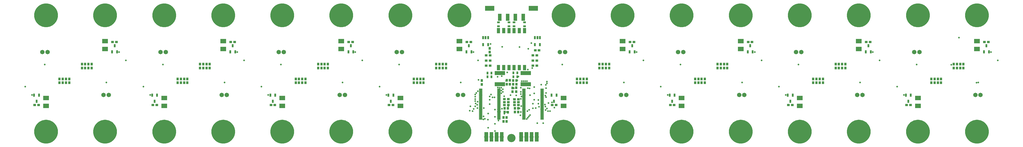
<source format=gts>
G04*
G04 #@! TF.GenerationSoftware,Altium Limited,Altium Designer,19.0.15 (446)*
G04*
G04 Layer_Color=8388736*
%FSLAX25Y25*%
%MOIN*%
G70*
G01*
G75*
G04:AMPARAMS|DCode=18|XSize=31.5mil|YSize=55.12mil|CornerRadius=3.15mil|HoleSize=0mil|Usage=FLASHONLY|Rotation=90.000|XOffset=0mil|YOffset=0mil|HoleType=Round|Shape=RoundedRectangle|*
%AMROUNDEDRECTD18*
21,1,0.03150,0.04882,0,0,90.0*
21,1,0.02520,0.05512,0,0,90.0*
1,1,0.00630,0.02441,0.01260*
1,1,0.00630,0.02441,-0.01260*
1,1,0.00630,-0.02441,-0.01260*
1,1,0.00630,-0.02441,0.01260*
%
%ADD18ROUNDEDRECTD18*%
G04:AMPARAMS|DCode=19|XSize=51.18mil|YSize=51.18mil|CornerRadius=5.12mil|HoleSize=0mil|Usage=FLASHONLY|Rotation=135.000|XOffset=0mil|YOffset=0mil|HoleType=Round|Shape=RoundedRectangle|*
%AMROUNDEDRECTD19*
21,1,0.05118,0.04095,0,0,135.0*
21,1,0.04095,0.05118,0,0,135.0*
1,1,0.01024,0.00000,0.02895*
1,1,0.01024,0.02895,0.00000*
1,1,0.01024,0.00000,-0.02895*
1,1,0.01024,-0.02895,0.00000*
%
%ADD19ROUNDEDRECTD19*%
%ADD29R,0.03950X0.03753*%
%ADD30R,0.03753X0.03950*%
%ADD31R,0.01900X0.06300*%
%ADD32R,0.03162X0.04737*%
%ADD33R,0.04816X0.08280*%
%ADD34R,0.04343X0.02769*%
%ADD35R,0.05800X0.10800*%
%ADD36R,0.14304X0.07296*%
%ADD37R,0.08792X0.06784*%
%ADD38R,0.02769X0.04343*%
%ADD39O,0.05721X0.01784*%
%ADD40C,0.06706*%
%ADD41C,0.36233*%
%ADD42C,0.12611*%
%ADD43C,0.02572*%
%ADD44C,0.04737*%
G36*
X-41142Y-103740D02*
Y-89567D01*
X-35630D01*
Y-103740D01*
X-41142D01*
D02*
G37*
G36*
X-33268D02*
Y-89567D01*
X-27756D01*
Y-103740D01*
X-33268D01*
D02*
G37*
G36*
X-25394D02*
Y-89567D01*
X-19882D01*
Y-103740D01*
X-25394D01*
D02*
G37*
G36*
X-17520D02*
Y-89567D01*
X-12008D01*
Y-103740D01*
X-17520D01*
D02*
G37*
G36*
X12008D02*
Y-89567D01*
X17520D01*
Y-103740D01*
X12008D01*
D02*
G37*
G36*
X19882D02*
Y-89567D01*
X25394D01*
Y-103740D01*
X19882D01*
D02*
G37*
G36*
X27756D02*
Y-89567D01*
X33268D01*
Y-103740D01*
X27756D01*
D02*
G37*
G36*
X35630D02*
Y-89567D01*
X41142D01*
Y-103740D01*
X35630D01*
D02*
G37*
D18*
X14764Y-91142D02*
D03*
Y-102165D02*
D03*
X-14764Y-91142D02*
D03*
Y-102165D02*
D03*
X22638Y-91142D02*
D03*
Y-102165D02*
D03*
X-22638Y-91142D02*
D03*
Y-102165D02*
D03*
X30512Y-91142D02*
D03*
Y-102165D02*
D03*
X-30512Y-91142D02*
D03*
Y-102165D02*
D03*
X38386Y-91142D02*
D03*
Y-102165D02*
D03*
X-38386Y-91142D02*
D03*
Y-102165D02*
D03*
D19*
X14764Y-96653D02*
D03*
X-14764D02*
D03*
X22638D02*
D03*
X-22638D02*
D03*
X30512D02*
D03*
X-30512D02*
D03*
X38386D02*
D03*
X-38386D02*
D03*
D29*
X36024Y35433D02*
D03*
X41929D02*
D03*
X38386Y27559D02*
D03*
X32480D02*
D03*
X-38386Y11811D02*
D03*
X-32480D02*
D03*
X38386Y19685D02*
D03*
X32480D02*
D03*
X-38386D02*
D03*
X-32480D02*
D03*
X38386Y11811D02*
D03*
X32480D02*
D03*
X67815Y-48031D02*
D03*
X61910D02*
D03*
X606398D02*
D03*
X600492D02*
D03*
X247342D02*
D03*
X241437D02*
D03*
X426870D02*
D03*
X420965D02*
D03*
X539272Y48031D02*
D03*
X545177D02*
D03*
X359744D02*
D03*
X365650D02*
D03*
X180217D02*
D03*
X186122D02*
D03*
X718799D02*
D03*
X724705D02*
D03*
X-247342D02*
D03*
X-241437D02*
D03*
X-426870D02*
D03*
X-420965D02*
D03*
X-67815D02*
D03*
X-61910D02*
D03*
X-180217Y-48031D02*
D03*
X-186122D02*
D03*
X-359744D02*
D03*
X-365650D02*
D03*
X-539272D02*
D03*
X-545177D02*
D03*
X-606398Y48031D02*
D03*
X-600492D02*
D03*
X-718799Y-48031D02*
D03*
X-724705D02*
D03*
X4528D02*
D03*
X10433D02*
D03*
X-4921Y-38976D02*
D03*
X-10827D02*
D03*
X4528Y-39370D02*
D03*
X10433D02*
D03*
X-4921Y-48031D02*
D03*
X-10827D02*
D03*
X4528Y-43701D02*
D03*
X10433D02*
D03*
X-4921Y-43583D02*
D03*
X-10827D02*
D03*
X-32480Y27559D02*
D03*
X-38386D02*
D03*
D30*
X-33201Y32480D02*
D03*
Y38386D02*
D03*
X-45276Y-10827D02*
D03*
Y-16732D02*
D03*
X2412Y-16507D02*
D03*
Y-10602D02*
D03*
X7436D02*
D03*
Y-16507D02*
D03*
X-7169Y-16433D02*
D03*
Y-10528D02*
D03*
X-2333Y-10527D02*
D03*
Y-16432D02*
D03*
X-7480Y-73032D02*
D03*
Y-67126D02*
D03*
X114370Y-14173D02*
D03*
Y-8268D02*
D03*
X99606Y-14173D02*
D03*
Y-8268D02*
D03*
X109449Y-8268D02*
D03*
Y-14174D02*
D03*
X104528Y-14173D02*
D03*
Y-8268D02*
D03*
X652953Y-14173D02*
D03*
Y-8268D02*
D03*
X638189Y-14173D02*
D03*
Y-8268D02*
D03*
X648032Y-8268D02*
D03*
Y-14174D02*
D03*
X643110Y-14173D02*
D03*
Y-8268D02*
D03*
X293898Y-14173D02*
D03*
Y-8268D02*
D03*
X279134Y-14173D02*
D03*
Y-8268D02*
D03*
X288976Y-8268D02*
D03*
Y-14174D02*
D03*
X284055Y-14173D02*
D03*
Y-8268D02*
D03*
X473425Y-14173D02*
D03*
Y-8268D02*
D03*
X458661Y-14173D02*
D03*
Y-8268D02*
D03*
X468504Y-8268D02*
D03*
Y-14174D02*
D03*
X463583Y-14173D02*
D03*
Y-8268D02*
D03*
X492717Y14173D02*
D03*
Y8268D02*
D03*
X507480Y14173D02*
D03*
Y8268D02*
D03*
X497638Y8268D02*
D03*
Y14174D02*
D03*
X502559Y14173D02*
D03*
Y8268D02*
D03*
X313189Y14173D02*
D03*
Y8268D02*
D03*
X327953Y14173D02*
D03*
Y8268D02*
D03*
X318110Y8268D02*
D03*
Y14174D02*
D03*
X323031Y14173D02*
D03*
Y8268D02*
D03*
X133661Y14173D02*
D03*
Y8268D02*
D03*
X148425Y14173D02*
D03*
Y8268D02*
D03*
X138583Y8268D02*
D03*
Y14174D02*
D03*
X143504Y14173D02*
D03*
Y8268D02*
D03*
X672244Y14173D02*
D03*
Y8268D02*
D03*
X687008Y14173D02*
D03*
Y8268D02*
D03*
X677165Y8268D02*
D03*
Y14174D02*
D03*
X682087Y14173D02*
D03*
Y8268D02*
D03*
X-293898Y14173D02*
D03*
Y8268D02*
D03*
X-279134Y14173D02*
D03*
Y8268D02*
D03*
X-288976Y8268D02*
D03*
Y14174D02*
D03*
X-284055Y14173D02*
D03*
Y8268D02*
D03*
X-473425Y14173D02*
D03*
Y8268D02*
D03*
X-458661Y14173D02*
D03*
Y8268D02*
D03*
X-468504Y8268D02*
D03*
Y14174D02*
D03*
X-463583Y14173D02*
D03*
Y8268D02*
D03*
X-114370Y14173D02*
D03*
Y8268D02*
D03*
X-99606Y14173D02*
D03*
Y8268D02*
D03*
X-109449Y8268D02*
D03*
Y14174D02*
D03*
X-104528Y14173D02*
D03*
Y8268D02*
D03*
X-133661Y-14173D02*
D03*
Y-8268D02*
D03*
X-148425Y-14173D02*
D03*
Y-8268D02*
D03*
X-138583Y-8268D02*
D03*
Y-14174D02*
D03*
X-143504Y-14173D02*
D03*
Y-8268D02*
D03*
X-313189Y-14173D02*
D03*
Y-8268D02*
D03*
X-327953Y-14173D02*
D03*
Y-8268D02*
D03*
X-318110Y-8268D02*
D03*
Y-14174D02*
D03*
X-323031Y-14173D02*
D03*
Y-8268D02*
D03*
X-492717Y-14173D02*
D03*
Y-8268D02*
D03*
X-507480Y-14173D02*
D03*
Y-8268D02*
D03*
X-497638Y-8268D02*
D03*
Y-14174D02*
D03*
X-502559Y-14173D02*
D03*
Y-8268D02*
D03*
X-643110Y8268D02*
D03*
Y14173D02*
D03*
X-682087Y-8268D02*
D03*
Y-14173D02*
D03*
X-648032Y14174D02*
D03*
Y8268D02*
D03*
X-677165Y-14174D02*
D03*
Y-8268D02*
D03*
X1654Y-27795D02*
D03*
Y-21890D02*
D03*
X5118Y-52953D02*
D03*
Y-58858D02*
D03*
X-5512Y-59055D02*
D03*
Y-53150D02*
D03*
X-638189Y14173D02*
D03*
Y8268D02*
D03*
X-687008Y-14173D02*
D03*
Y-8268D02*
D03*
X10236Y-58858D02*
D03*
Y-52953D02*
D03*
X-10630D02*
D03*
Y-58858D02*
D03*
X-652953Y8268D02*
D03*
Y14173D02*
D03*
X-672244Y-8268D02*
D03*
Y-14173D02*
D03*
X7126Y-21811D02*
D03*
Y-27716D02*
D03*
X-12205Y-73032D02*
D03*
Y-67126D02*
D03*
D31*
X-24611Y726D02*
D03*
X-22641D02*
D03*
X-20672D02*
D03*
X-18701D02*
D03*
X-16732D02*
D03*
X-14762D02*
D03*
X-12791D02*
D03*
X-10821D02*
D03*
Y-16474D02*
D03*
X-12791D02*
D03*
X-14762D02*
D03*
X-16732D02*
D03*
X-18701D02*
D03*
X-20672D02*
D03*
X-22641D02*
D03*
X-24611D02*
D03*
X14759D02*
D03*
X16728D02*
D03*
X18699D02*
D03*
X20669D02*
D03*
X22638D02*
D03*
X24609D02*
D03*
X26579D02*
D03*
X28548D02*
D03*
Y726D02*
D03*
X26579D02*
D03*
X24609D02*
D03*
X22638D02*
D03*
X20669D02*
D03*
X18699D02*
D03*
X16728D02*
D03*
X14759D02*
D03*
D32*
X43110Y54626D02*
D03*
X39370D02*
D03*
X35630D02*
D03*
Y43799D02*
D03*
X43110D02*
D03*
X-35630Y54626D02*
D03*
X-39370D02*
D03*
X-43110D02*
D03*
Y43799D02*
D03*
X-35630D02*
D03*
X718209Y32972D02*
D03*
X725689D02*
D03*
X721949Y42421D02*
D03*
X606988Y-32972D02*
D03*
X599508D02*
D03*
X603248Y-42421D02*
D03*
X538681Y32972D02*
D03*
X546161D02*
D03*
X542421Y42421D02*
D03*
X427461Y-32972D02*
D03*
X419980D02*
D03*
X423721Y-42421D02*
D03*
X359154Y32972D02*
D03*
X366634D02*
D03*
X362894Y42421D02*
D03*
X247933Y-32972D02*
D03*
X240453D02*
D03*
X244193Y-42421D02*
D03*
X179626Y32972D02*
D03*
X187106D02*
D03*
X183366Y42421D02*
D03*
X68405Y-32972D02*
D03*
X60925D02*
D03*
X64665Y-42421D02*
D03*
X-68405Y32972D02*
D03*
X-60925D02*
D03*
X-64665Y42421D02*
D03*
X-179626Y-32972D02*
D03*
X-187106D02*
D03*
X-183366Y-42421D02*
D03*
X-247933Y32972D02*
D03*
X-240453D02*
D03*
X-244193Y42421D02*
D03*
X-359154Y-32972D02*
D03*
X-366634D02*
D03*
X-362894Y-42421D02*
D03*
X-427461Y32972D02*
D03*
X-419980D02*
D03*
X-423721Y42421D02*
D03*
X-538681Y-32972D02*
D03*
X-546161D02*
D03*
X-542421Y-42421D02*
D03*
X-606988Y32972D02*
D03*
X-599508D02*
D03*
X-603248Y42421D02*
D03*
X-718209Y-32972D02*
D03*
X-725689D02*
D03*
X-721949Y-42421D02*
D03*
D33*
X-19685Y8950D02*
D03*
X-11811D02*
D03*
X-3937D02*
D03*
X3937D02*
D03*
X11811D02*
D03*
X19685D02*
D03*
X-19685Y65250D02*
D03*
X-11811D02*
D03*
X-3937D02*
D03*
X3937D02*
D03*
X11811D02*
D03*
X19685D02*
D03*
D34*
Y72047D02*
D03*
Y77953D02*
D03*
X3937Y72047D02*
D03*
Y77953D02*
D03*
X-3937Y72047D02*
D03*
Y77953D02*
D03*
X-19685Y72047D02*
D03*
Y77953D02*
D03*
D35*
X17717Y85709D02*
D03*
X5906D02*
D03*
X-5906D02*
D03*
X-17717D02*
D03*
D36*
X-33032Y99213D02*
D03*
X33032D02*
D03*
D37*
X707480Y37421D02*
D03*
Y49390D02*
D03*
X617717Y-37421D02*
D03*
Y-49390D02*
D03*
X527953Y37421D02*
D03*
Y49390D02*
D03*
X438189Y-37421D02*
D03*
Y-49390D02*
D03*
X348425Y37421D02*
D03*
Y49390D02*
D03*
X258661Y-37421D02*
D03*
Y-49390D02*
D03*
X168898Y37421D02*
D03*
Y49390D02*
D03*
X79134Y-37421D02*
D03*
Y-49390D02*
D03*
X-79134Y37421D02*
D03*
Y49390D02*
D03*
X-168898Y-37421D02*
D03*
Y-49390D02*
D03*
X-258661Y37421D02*
D03*
Y49390D02*
D03*
X-348425Y-37421D02*
D03*
Y-49390D02*
D03*
X-438189Y37421D02*
D03*
Y49390D02*
D03*
X-527953Y-37421D02*
D03*
Y-49390D02*
D03*
X-617717Y37421D02*
D03*
Y49390D02*
D03*
X-707480Y-37421D02*
D03*
Y-49390D02*
D03*
D38*
X8859Y-4921D02*
D03*
X2953D02*
D03*
X2953Y984D02*
D03*
X8858D02*
D03*
X-36417Y-4921D02*
D03*
X-30512D02*
D03*
X-30512Y726D02*
D03*
X-36417D02*
D03*
D39*
X46457Y-69291D02*
D03*
Y-67323D02*
D03*
Y-65354D02*
D03*
Y-63386D02*
D03*
Y-61417D02*
D03*
Y-59449D02*
D03*
Y-57480D02*
D03*
Y-55512D02*
D03*
Y-53543D02*
D03*
Y-51575D02*
D03*
Y-49606D02*
D03*
Y-47638D02*
D03*
Y-45669D02*
D03*
Y-43701D02*
D03*
Y-41732D02*
D03*
Y-39764D02*
D03*
Y-37795D02*
D03*
Y-35827D02*
D03*
Y-33858D02*
D03*
Y-31890D02*
D03*
Y-29921D02*
D03*
Y-27953D02*
D03*
Y-25984D02*
D03*
Y-24016D02*
D03*
X18898Y-69291D02*
D03*
Y-67323D02*
D03*
Y-65354D02*
D03*
Y-63386D02*
D03*
Y-61417D02*
D03*
Y-59449D02*
D03*
Y-57480D02*
D03*
Y-55512D02*
D03*
Y-53543D02*
D03*
Y-51575D02*
D03*
Y-49606D02*
D03*
Y-47638D02*
D03*
Y-45669D02*
D03*
Y-43701D02*
D03*
Y-41732D02*
D03*
Y-39764D02*
D03*
Y-37795D02*
D03*
Y-35827D02*
D03*
Y-33858D02*
D03*
Y-31890D02*
D03*
Y-29921D02*
D03*
Y-27953D02*
D03*
Y-25984D02*
D03*
Y-24016D02*
D03*
X-46850Y-24016D02*
D03*
Y-25984D02*
D03*
Y-27953D02*
D03*
Y-29921D02*
D03*
Y-31890D02*
D03*
Y-33858D02*
D03*
Y-35827D02*
D03*
Y-37795D02*
D03*
Y-39764D02*
D03*
Y-41732D02*
D03*
Y-43701D02*
D03*
Y-45669D02*
D03*
Y-47638D02*
D03*
Y-49606D02*
D03*
Y-51575D02*
D03*
Y-53543D02*
D03*
Y-55512D02*
D03*
Y-57480D02*
D03*
Y-59449D02*
D03*
Y-61417D02*
D03*
Y-63386D02*
D03*
Y-65354D02*
D03*
Y-67323D02*
D03*
Y-69291D02*
D03*
X-19291Y-24016D02*
D03*
Y-25984D02*
D03*
Y-27953D02*
D03*
Y-29921D02*
D03*
Y-31890D02*
D03*
Y-33858D02*
D03*
Y-35827D02*
D03*
Y-37795D02*
D03*
Y-39764D02*
D03*
Y-41732D02*
D03*
Y-43701D02*
D03*
Y-45669D02*
D03*
Y-47638D02*
D03*
Y-49606D02*
D03*
Y-51575D02*
D03*
Y-53543D02*
D03*
Y-55512D02*
D03*
Y-57480D02*
D03*
Y-59449D02*
D03*
Y-61417D02*
D03*
Y-63386D02*
D03*
Y-65354D02*
D03*
Y-67323D02*
D03*
Y-69291D02*
D03*
D40*
X705118Y-32677D02*
D03*
X712992D02*
D03*
X620079Y32677D02*
D03*
X612205D02*
D03*
X525591Y-32677D02*
D03*
X533465D02*
D03*
X440551Y32677D02*
D03*
X432677D02*
D03*
X346063Y-32677D02*
D03*
X353937D02*
D03*
X261024Y32677D02*
D03*
X253150D02*
D03*
X166535Y-32677D02*
D03*
X174409D02*
D03*
X81496Y32677D02*
D03*
X73622D02*
D03*
X-81496Y-32677D02*
D03*
X-73622D02*
D03*
X-166535Y32677D02*
D03*
X-174409D02*
D03*
X-261024Y-32677D02*
D03*
X-253150D02*
D03*
X-346063Y32677D02*
D03*
X-353937D02*
D03*
X-440551Y-32677D02*
D03*
X-432677D02*
D03*
X-525591Y32677D02*
D03*
X-533465D02*
D03*
X-620079Y-32677D02*
D03*
X-612205D02*
D03*
X-705118Y32677D02*
D03*
X-712992D02*
D03*
D41*
X707480Y88583D02*
D03*
Y-88583D02*
D03*
X617717D02*
D03*
Y88583D02*
D03*
X527953D02*
D03*
Y-88583D02*
D03*
X438189Y-88583D02*
D03*
Y88583D02*
D03*
X348425Y88583D02*
D03*
Y-88583D02*
D03*
X258661D02*
D03*
Y88583D02*
D03*
X168898D02*
D03*
Y-88583D02*
D03*
X79134Y-88583D02*
D03*
Y88583D02*
D03*
X-79134Y88583D02*
D03*
Y-88583D02*
D03*
X-168898Y-88583D02*
D03*
Y88583D02*
D03*
X-258661Y88583D02*
D03*
Y-88583D02*
D03*
X-348425D02*
D03*
Y88583D02*
D03*
X-438189D02*
D03*
Y-88583D02*
D03*
X-527953Y-88583D02*
D03*
Y88583D02*
D03*
X-617717Y88583D02*
D03*
Y-88583D02*
D03*
X-707480Y-88583D02*
D03*
Y88583D02*
D03*
D42*
X0Y-98425D02*
D03*
D43*
X35827Y35386D02*
D03*
X-33153Y32283D02*
D03*
X14764Y-102165D02*
D03*
X-14764D02*
D03*
X-38386D02*
D03*
X-30512D02*
D03*
X-22638D02*
D03*
X38386D02*
D03*
X30512D02*
D03*
X22638D02*
D03*
X22145Y-96653D02*
D03*
X30512D02*
D03*
X37227D02*
D03*
X-21949Y-97155D02*
D03*
X-30512Y-96653D02*
D03*
X-38386D02*
D03*
X61460Y-44200D02*
D03*
X40734Y-40400D02*
D03*
X-53411Y-29789D02*
D03*
X26938Y-55400D02*
D03*
X38386Y19685D02*
D03*
X-38583Y19638D02*
D03*
X-32480Y27559D02*
D03*
X-6500Y1642D02*
D03*
X25600Y37600D02*
D03*
X-14100Y40600D02*
D03*
X39300Y-75787D02*
D03*
X-3800Y11700D02*
D03*
X-14800Y-4100D02*
D03*
X4700Y11600D02*
D03*
X31500Y8200D02*
D03*
X24882Y6100D02*
D03*
X2300Y-10100D02*
D03*
X8900Y-10500D02*
D03*
X-2333Y-10527D02*
D03*
X-8100Y-11400D02*
D03*
X51600Y-33600D02*
D03*
X52499Y-36200D02*
D03*
X52500Y-29700D02*
D03*
Y-22400D02*
D03*
X52200Y-17400D02*
D03*
X53700Y-15200D02*
D03*
Y-12500D02*
D03*
X65200Y-52100D02*
D03*
X40800Y-45900D02*
D03*
X50900Y-47400D02*
D03*
X41900Y-50600D02*
D03*
X51500Y-50500D02*
D03*
X56200Y-45100D02*
D03*
X36900Y-52600D02*
D03*
X53800Y-53400D02*
D03*
X51800Y-55700D02*
D03*
X58500Y-57300D02*
D03*
X55400D02*
D03*
X-55000Y-32100D02*
D03*
X-51300Y-26900D02*
D03*
X-55000Y-35500D02*
D03*
Y-38900D02*
D03*
Y-42100D02*
D03*
X-51600Y-43100D02*
D03*
X-54400Y-45669D02*
D03*
X-52100Y-47600D02*
D03*
X-42028Y-52854D02*
D03*
X-62400Y-50000D02*
D03*
X-55200Y-50100D02*
D03*
X-51700Y-52600D02*
D03*
X-57600Y-54100D02*
D03*
X-63625Y-56800D02*
D03*
X-40354Y-68898D02*
D03*
X-59200Y-57300D02*
D03*
X-42400Y-65300D02*
D03*
X-42700Y-70000D02*
D03*
X14803Y-96653D02*
D03*
X-14961Y-96457D02*
D03*
X67815Y-48031D02*
D03*
X-4700Y-49343D02*
D03*
X12201Y40364D02*
D03*
X45200Y-17142D02*
D03*
X27500Y-22842D02*
D03*
X28200Y-33106D02*
D03*
X10500Y-4843D02*
D03*
X-35700Y-70218D02*
D03*
X-21000Y-4942D02*
D03*
X-1575Y-32933D02*
D03*
X-31890Y44882D02*
D03*
X30315Y46457D02*
D03*
X680043Y54724D02*
D03*
X23622Y-11811D02*
D03*
X24016Y-57480D02*
D03*
X20866Y-11811D02*
D03*
X18021D02*
D03*
X15354D02*
D03*
X-32992Y-35141D02*
D03*
X-31102Y-31988D02*
D03*
X-20866Y-21260D02*
D03*
X-28740Y-36220D02*
D03*
X-25984Y-36220D02*
D03*
X-18110Y-21654D02*
D03*
X-15354D02*
D03*
Y-29921D02*
D03*
X14272Y-21850D02*
D03*
X14173Y-38780D02*
D03*
Y-27953D02*
D03*
Y-31496D02*
D03*
X13632Y-63779D02*
D03*
X14173Y-58543D02*
D03*
X12205Y-53150D02*
D03*
X-10827Y-61230D02*
D03*
X-14764Y-91535D02*
D03*
X-11024Y-34646D02*
D03*
X14764Y-91535D02*
D03*
X48228Y-75787D02*
D03*
X-50197Y-9843D02*
D03*
X24803Y-22343D02*
D03*
X77167Y13780D02*
D03*
X-25197Y-87598D02*
D03*
X4528Y-48031D02*
D03*
X3543Y-22343D02*
D03*
X7126Y-21811D02*
D03*
X706693Y-14173D02*
D03*
X677264Y8268D02*
D03*
X-35433Y-82677D02*
D03*
Y-60916D02*
D03*
X-7480Y-73032D02*
D03*
X-12205D02*
D03*
X3543Y-38780D02*
D03*
X15157Y-35039D02*
D03*
X-20472Y-58268D02*
D03*
X-17323D02*
D03*
X-14567Y-53543D02*
D03*
X34646Y-40157D02*
D03*
X668504Y13386D02*
D03*
X709447Y-13780D02*
D03*
X68405Y-32874D02*
D03*
X109449Y-8268D02*
D03*
X138583Y7972D02*
D03*
X148425Y14075D02*
D03*
X279331Y-14173D02*
D03*
X288976Y-8268D02*
D03*
X318110Y8366D02*
D03*
X327953Y14173D02*
D03*
X458661Y-14075D02*
D03*
X468504Y-8169D02*
D03*
X497638Y8268D02*
D03*
X507382Y13878D02*
D03*
X638189Y-14075D02*
D03*
X648032Y-8268D02*
D03*
X687008Y14075D02*
D03*
X-19685Y-71850D02*
D03*
X-709447Y13780D02*
D03*
X-25000Y-76673D02*
D03*
X-25098Y-65945D02*
D03*
X-25197Y-55118D02*
D03*
X34449Y-20669D02*
D03*
Y-30315D02*
D03*
X-109448Y8268D02*
D03*
X-99606Y14075D02*
D03*
X-50787Y20079D02*
D03*
X-138583Y-8268D02*
D03*
X-148425Y-13780D02*
D03*
X-288976Y8268D02*
D03*
X-279134Y14173D02*
D03*
X-318110Y-8268D02*
D03*
X-327559Y-13780D02*
D03*
X-458661Y14075D02*
D03*
X-468504Y8268D02*
D03*
X-507480Y-14173D02*
D03*
X-497638Y-8268D02*
D03*
X-648032Y8268D02*
D03*
X-638189Y13780D02*
D03*
X-677165Y-8268D02*
D03*
X-687008Y-14173D02*
D03*
X23110Y-69291D02*
D03*
X24882Y-67323D02*
D03*
X26654Y-65394D02*
D03*
X28307Y-63386D02*
D03*
X-33071Y-46749D02*
D03*
X-15354Y-25984D02*
D03*
X-13081Y-28042D02*
D03*
Y-24016D02*
D03*
X-7087Y-58661D02*
D03*
X7087Y-33465D02*
D03*
X14961Y-49606D02*
D03*
X32677Y-46063D02*
D03*
Y-52953D02*
D03*
X-33071Y-40157D02*
D03*
X653051Y-8268D02*
D03*
X606299Y-48031D02*
D03*
X615750Y13780D02*
D03*
X586024Y-20079D02*
D03*
X596457Y-32677D02*
D03*
X473524Y-8268D02*
D03*
X426772Y-48031D02*
D03*
X436222Y13780D02*
D03*
X406496Y-20079D02*
D03*
X416929Y-32677D02*
D03*
X293996Y-8268D02*
D03*
X247244Y-48031D02*
D03*
X256694Y13780D02*
D03*
X226969Y-20079D02*
D03*
X237402Y-32677D02*
D03*
X114469Y-8268D02*
D03*
X-114469Y8268D02*
D03*
X-67716Y48031D02*
D03*
X-77167Y-13780D02*
D03*
X-57874Y32677D02*
D03*
X-293996Y8268D02*
D03*
X-247244Y48031D02*
D03*
X-226969Y20079D02*
D03*
X-256694Y-13780D02*
D03*
X-237402Y32677D02*
D03*
X-473524Y8268D02*
D03*
X-426772Y48031D02*
D03*
X-406496Y20079D02*
D03*
X-436222Y-13780D02*
D03*
X-416929Y32677D02*
D03*
X672146Y8268D02*
D03*
X718898Y48031D02*
D03*
X739173Y20079D02*
D03*
X728740Y32677D02*
D03*
X492618Y8268D02*
D03*
X539370Y48031D02*
D03*
X559646Y20079D02*
D03*
X529920Y-13780D02*
D03*
X549213Y32677D02*
D03*
X313090Y8268D02*
D03*
X359842Y48031D02*
D03*
X380118Y20079D02*
D03*
X350392Y-13780D02*
D03*
X369685Y32677D02*
D03*
X133563Y8268D02*
D03*
X190157Y32677D02*
D03*
X180315Y48031D02*
D03*
X170865Y-13780D02*
D03*
X200591Y20079D02*
D03*
X-133563Y-8268D02*
D03*
X-190157Y-32677D02*
D03*
X-180315Y-48031D02*
D03*
X-170865Y13780D02*
D03*
X-200591Y-20079D02*
D03*
X-313090Y-8268D02*
D03*
X-369685Y-32677D02*
D03*
X-359842Y-48031D02*
D03*
X-350392Y13780D02*
D03*
X-380118Y-20079D02*
D03*
X-492618Y-8268D02*
D03*
X-549213Y-32677D02*
D03*
X-539370Y-48031D02*
D03*
X-529920Y13780D02*
D03*
X-559646Y-20079D02*
D03*
X-653051Y8268D02*
D03*
X-596457Y32677D02*
D03*
X-606299Y48031D02*
D03*
X-615750Y-13780D02*
D03*
X-586024Y20079D02*
D03*
X-739173Y-20079D02*
D03*
X-728740Y-32677D02*
D03*
X-718898Y-48031D02*
D03*
X-672146Y-8268D02*
D03*
D44*
X702094Y-103381D02*
D03*
X697358Y-100646D02*
D03*
X693842Y-96457D02*
D03*
X691971Y-91317D02*
D03*
X691971Y-85848D02*
D03*
X693842Y-80709D02*
D03*
X697358Y-76519D02*
D03*
X702094Y-73784D02*
D03*
X707480Y-72835D02*
D03*
X712866Y-73784D02*
D03*
X717603Y-76519D02*
D03*
X721118Y-80709D02*
D03*
X722989Y-85848D02*
D03*
X722989Y-91317D02*
D03*
X721118Y-96457D02*
D03*
X717603Y-100646D02*
D03*
X712866Y-103381D02*
D03*
X707480Y-104331D02*
D03*
X712866Y103381D02*
D03*
X717603Y100646D02*
D03*
X721118Y96457D02*
D03*
X722989Y91317D02*
D03*
X722989Y85848D02*
D03*
X721118Y80709D02*
D03*
X717603Y76519D02*
D03*
X712866Y73784D02*
D03*
X707480Y72835D02*
D03*
X702094Y73784D02*
D03*
X697358Y76519D02*
D03*
X693842Y80709D02*
D03*
X691971Y85848D02*
D03*
Y91317D02*
D03*
X693842Y96457D02*
D03*
X697358Y100646D02*
D03*
X702094Y103381D02*
D03*
X707480Y104331D02*
D03*
X623103Y103381D02*
D03*
X627839Y100646D02*
D03*
X631355Y96457D02*
D03*
X633225Y91317D02*
D03*
X633225Y85848D02*
D03*
X631355Y80709D02*
D03*
X627839Y76519D02*
D03*
X623103Y73784D02*
D03*
X617717Y72835D02*
D03*
X612330Y73784D02*
D03*
X607594Y76519D02*
D03*
X604078Y80709D02*
D03*
X602208Y85848D02*
D03*
X602208Y91317D02*
D03*
X604078Y96457D02*
D03*
X607594Y100646D02*
D03*
X612330Y103381D02*
D03*
X617717Y104331D02*
D03*
X612330Y-103381D02*
D03*
X607594Y-100646D02*
D03*
X604078Y-96457D02*
D03*
X602208Y-91317D02*
D03*
X602208Y-85848D02*
D03*
X604078Y-80709D02*
D03*
X607594Y-76519D02*
D03*
X612330Y-73784D02*
D03*
X617717Y-72835D02*
D03*
X623103Y-73784D02*
D03*
X627839Y-76519D02*
D03*
X631355Y-80709D02*
D03*
X633225Y-85848D02*
D03*
Y-91317D02*
D03*
X631355Y-96457D02*
D03*
X627839Y-100646D02*
D03*
X623103Y-103381D02*
D03*
X617717Y-104331D02*
D03*
X522567Y-103381D02*
D03*
X517830Y-100646D02*
D03*
X514315Y-96457D02*
D03*
X512444Y-91317D02*
D03*
X512444Y-85848D02*
D03*
X514315Y-80709D02*
D03*
X517830Y-76519D02*
D03*
X522567Y-73784D02*
D03*
X527953Y-72835D02*
D03*
X533339Y-73784D02*
D03*
X538075Y-76519D02*
D03*
X541591Y-80709D02*
D03*
X543462Y-85848D02*
D03*
X543462Y-91317D02*
D03*
X541591Y-96457D02*
D03*
X538075Y-100646D02*
D03*
X533339Y-103381D02*
D03*
X527953Y-104331D02*
D03*
X533339Y103381D02*
D03*
X538075Y100646D02*
D03*
X541591Y96457D02*
D03*
X543462Y91317D02*
D03*
X543462Y85848D02*
D03*
X541591Y80709D02*
D03*
X538075Y76519D02*
D03*
X533339Y73784D02*
D03*
X527953Y72835D02*
D03*
X522567Y73784D02*
D03*
X517830Y76519D02*
D03*
X514315Y80709D02*
D03*
X512444Y85848D02*
D03*
Y91317D02*
D03*
X514315Y96457D02*
D03*
X517830Y100646D02*
D03*
X522567Y103381D02*
D03*
X527953Y104331D02*
D03*
X443575Y103381D02*
D03*
X448312Y100646D02*
D03*
X451827Y96457D02*
D03*
X453698Y91317D02*
D03*
X453698Y85848D02*
D03*
X451827Y80709D02*
D03*
X448312Y76519D02*
D03*
X443575Y73784D02*
D03*
X438189Y72835D02*
D03*
X432803Y73784D02*
D03*
X428066Y76519D02*
D03*
X424551Y80709D02*
D03*
X422680Y85848D02*
D03*
X422680Y91317D02*
D03*
X424551Y96457D02*
D03*
X428066Y100646D02*
D03*
X432803Y103381D02*
D03*
X438189Y104331D02*
D03*
X432803Y-103381D02*
D03*
X428066Y-100646D02*
D03*
X424551Y-96457D02*
D03*
X422680Y-91317D02*
D03*
X422680Y-85848D02*
D03*
X424551Y-80709D02*
D03*
X428066Y-76519D02*
D03*
X432803Y-73784D02*
D03*
X438189Y-72835D02*
D03*
X443575Y-73784D02*
D03*
X448312Y-76519D02*
D03*
X451827Y-80709D02*
D03*
X453698Y-85848D02*
D03*
Y-91317D02*
D03*
X451827Y-96457D02*
D03*
X448312Y-100646D02*
D03*
X443575Y-103381D02*
D03*
X438189Y-104331D02*
D03*
X343039Y-103381D02*
D03*
X338303Y-100646D02*
D03*
X334787Y-96457D02*
D03*
X332916Y-91317D02*
D03*
X332916Y-85848D02*
D03*
X334787Y-80709D02*
D03*
X338302Y-76519D02*
D03*
X343039Y-73784D02*
D03*
X348425Y-72835D02*
D03*
X353811Y-73784D02*
D03*
X358548Y-76519D02*
D03*
X362063Y-80709D02*
D03*
X363934Y-85848D02*
D03*
X363934Y-91317D02*
D03*
X362063Y-96457D02*
D03*
X358548Y-100646D02*
D03*
X353811Y-103381D02*
D03*
X348425Y-104331D02*
D03*
X353811Y103381D02*
D03*
X358548Y100646D02*
D03*
X362063Y96457D02*
D03*
X363934Y91317D02*
D03*
X363934Y85848D02*
D03*
X362063Y80709D02*
D03*
X358548Y76519D02*
D03*
X353811Y73784D02*
D03*
X348425Y72835D02*
D03*
X343039Y73784D02*
D03*
X338303Y76519D02*
D03*
X334787Y80709D02*
D03*
X332916Y85848D02*
D03*
Y91317D02*
D03*
X334787Y96457D02*
D03*
X338303Y100646D02*
D03*
X343039Y103381D02*
D03*
X348425Y104331D02*
D03*
X264048Y103381D02*
D03*
X268784Y100646D02*
D03*
X272300Y96457D02*
D03*
X274170Y91317D02*
D03*
X274170Y85848D02*
D03*
X272300Y80709D02*
D03*
X268784Y76519D02*
D03*
X264048Y73784D02*
D03*
X258661Y72835D02*
D03*
X253275Y73784D02*
D03*
X248539Y76519D02*
D03*
X245023Y80709D02*
D03*
X243153Y85848D02*
D03*
X243153Y91317D02*
D03*
X245023Y96457D02*
D03*
X248539Y100646D02*
D03*
X253275Y103381D02*
D03*
X258661Y104331D02*
D03*
X253275Y-103381D02*
D03*
X248539Y-100646D02*
D03*
X245023Y-96457D02*
D03*
X243153Y-91317D02*
D03*
X243153Y-85848D02*
D03*
X245023Y-80709D02*
D03*
X248539Y-76519D02*
D03*
X253275Y-73784D02*
D03*
X258661Y-72835D02*
D03*
X264048Y-73784D02*
D03*
X268784Y-76519D02*
D03*
X272300Y-80709D02*
D03*
X274170Y-85848D02*
D03*
Y-91317D02*
D03*
X272300Y-96457D02*
D03*
X268784Y-100646D02*
D03*
X264048Y-103381D02*
D03*
X258661Y-104331D02*
D03*
X163512Y-103381D02*
D03*
X158775Y-100646D02*
D03*
X155259Y-96457D02*
D03*
X153389Y-91317D02*
D03*
X153389Y-85848D02*
D03*
X155259Y-80709D02*
D03*
X158775Y-76519D02*
D03*
X163512Y-73784D02*
D03*
X168898Y-72835D02*
D03*
X174284Y-73784D02*
D03*
X179020Y-76519D02*
D03*
X182536Y-80709D02*
D03*
X184406Y-85848D02*
D03*
X184406Y-91317D02*
D03*
X182536Y-96457D02*
D03*
X179020Y-100646D02*
D03*
X174284Y-103381D02*
D03*
X168898Y-104331D02*
D03*
X174284Y103381D02*
D03*
X179020Y100646D02*
D03*
X182536Y96457D02*
D03*
X184406Y91317D02*
D03*
X184406Y85848D02*
D03*
X182536Y80709D02*
D03*
X179020Y76519D02*
D03*
X174284Y73784D02*
D03*
X168898Y72835D02*
D03*
X163512Y73784D02*
D03*
X158775Y76519D02*
D03*
X155259Y80709D02*
D03*
X153389Y85848D02*
D03*
Y91317D02*
D03*
X155259Y96457D02*
D03*
X158775Y100646D02*
D03*
X163512Y103381D02*
D03*
X168898Y104331D02*
D03*
X84520Y103381D02*
D03*
X89257Y100646D02*
D03*
X92772Y96457D02*
D03*
X94643Y91317D02*
D03*
X94643Y85848D02*
D03*
X92772Y80709D02*
D03*
X89257Y76519D02*
D03*
X84520Y73784D02*
D03*
X79134Y72835D02*
D03*
X73748Y73784D02*
D03*
X69011Y76519D02*
D03*
X65496Y80709D02*
D03*
X63625Y85848D02*
D03*
X63625Y91317D02*
D03*
X65496Y96457D02*
D03*
X69011Y100646D02*
D03*
X73748Y103381D02*
D03*
X79134Y104331D02*
D03*
X73748Y-103381D02*
D03*
X69011Y-100646D02*
D03*
X65496Y-96457D02*
D03*
X63625Y-91317D02*
D03*
X63625Y-85848D02*
D03*
X65496Y-80709D02*
D03*
X69011Y-76519D02*
D03*
X73748Y-73784D02*
D03*
X79134Y-72835D02*
D03*
X84520Y-73784D02*
D03*
X89257Y-76519D02*
D03*
X92772Y-80709D02*
D03*
X94643Y-85848D02*
D03*
Y-91317D02*
D03*
X92772Y-96457D02*
D03*
X89257Y-100646D02*
D03*
X84520Y-103381D02*
D03*
X79134Y-104331D02*
D03*
X-84520Y-103381D02*
D03*
X-89257Y-100646D02*
D03*
X-92772Y-96457D02*
D03*
X-94643Y-91317D02*
D03*
X-94643Y-85848D02*
D03*
X-92772Y-80709D02*
D03*
X-89257Y-76519D02*
D03*
X-84520Y-73784D02*
D03*
X-79134Y-72835D02*
D03*
X-73748Y-73784D02*
D03*
X-69011Y-76519D02*
D03*
X-65496Y-80709D02*
D03*
X-63625Y-85848D02*
D03*
X-63625Y-91317D02*
D03*
X-65496Y-96457D02*
D03*
X-69011Y-100646D02*
D03*
X-73748Y-103381D02*
D03*
X-79134Y-104331D02*
D03*
X-73748Y103381D02*
D03*
X-69011Y100646D02*
D03*
X-65496Y96457D02*
D03*
X-63625Y91317D02*
D03*
X-63625Y85848D02*
D03*
X-65496Y80709D02*
D03*
X-69011Y76519D02*
D03*
X-73748Y73784D02*
D03*
X-79134Y72835D02*
D03*
X-84520Y73784D02*
D03*
X-89257Y76519D02*
D03*
X-92772Y80709D02*
D03*
X-94643Y85848D02*
D03*
Y91317D02*
D03*
X-92772Y96457D02*
D03*
X-89257Y100646D02*
D03*
X-84520Y103381D02*
D03*
X-79134Y104331D02*
D03*
X-163512Y103381D02*
D03*
X-158775Y100646D02*
D03*
X-155259Y96457D02*
D03*
X-153389Y91317D02*
D03*
X-153389Y85848D02*
D03*
X-155259Y80709D02*
D03*
X-158775Y76519D02*
D03*
X-163512Y73784D02*
D03*
X-168898Y72835D02*
D03*
X-174284Y73784D02*
D03*
X-179020Y76519D02*
D03*
X-182536Y80709D02*
D03*
X-184406Y85848D02*
D03*
X-184406Y91317D02*
D03*
X-182536Y96457D02*
D03*
X-179020Y100646D02*
D03*
X-174284Y103381D02*
D03*
X-168898Y104331D02*
D03*
X-174284Y-103381D02*
D03*
X-179020Y-100646D02*
D03*
X-182536Y-96457D02*
D03*
X-184406Y-91317D02*
D03*
X-184406Y-85848D02*
D03*
X-182536Y-80709D02*
D03*
X-179020Y-76519D02*
D03*
X-174284Y-73784D02*
D03*
X-168898Y-72835D02*
D03*
X-163512Y-73784D02*
D03*
X-158775Y-76519D02*
D03*
X-155259Y-80709D02*
D03*
X-153389Y-85848D02*
D03*
Y-91317D02*
D03*
X-155259Y-96457D02*
D03*
X-158775Y-100646D02*
D03*
X-163512Y-103381D02*
D03*
X-168898Y-104331D02*
D03*
X-264048Y-103381D02*
D03*
X-268784Y-100646D02*
D03*
X-272300Y-96457D02*
D03*
X-274170Y-91317D02*
D03*
X-274170Y-85848D02*
D03*
X-272300Y-80709D02*
D03*
X-268784Y-76519D02*
D03*
X-264048Y-73784D02*
D03*
X-258661Y-72835D02*
D03*
X-253275Y-73784D02*
D03*
X-248539Y-76519D02*
D03*
X-245023Y-80709D02*
D03*
X-243153Y-85848D02*
D03*
X-243153Y-91317D02*
D03*
X-245023Y-96457D02*
D03*
X-248539Y-100646D02*
D03*
X-253275Y-103381D02*
D03*
X-258661Y-104331D02*
D03*
X-253275Y103381D02*
D03*
X-248539Y100646D02*
D03*
X-245023Y96457D02*
D03*
X-243153Y91317D02*
D03*
X-243153Y85848D02*
D03*
X-245023Y80709D02*
D03*
X-248539Y76519D02*
D03*
X-253275Y73784D02*
D03*
X-258661Y72835D02*
D03*
X-264048Y73784D02*
D03*
X-268784Y76519D02*
D03*
X-272300Y80709D02*
D03*
X-274170Y85848D02*
D03*
Y91317D02*
D03*
X-272300Y96457D02*
D03*
X-268784Y100646D02*
D03*
X-264048Y103381D02*
D03*
X-258661Y104331D02*
D03*
X-343039Y103381D02*
D03*
X-338303Y100646D02*
D03*
X-334787Y96457D02*
D03*
X-332916Y91317D02*
D03*
X-332916Y85848D02*
D03*
X-334787Y80709D02*
D03*
X-338303Y76519D02*
D03*
X-343039Y73784D02*
D03*
X-348425Y72835D02*
D03*
X-353811Y73784D02*
D03*
X-358548Y76519D02*
D03*
X-362063Y80709D02*
D03*
X-363934Y85848D02*
D03*
X-363934Y91317D02*
D03*
X-362063Y96457D02*
D03*
X-358548Y100646D02*
D03*
X-353811Y103381D02*
D03*
X-348425Y104331D02*
D03*
X-353811Y-103381D02*
D03*
X-358548Y-100646D02*
D03*
X-362063Y-96457D02*
D03*
X-363934Y-91317D02*
D03*
X-363934Y-85848D02*
D03*
X-362063Y-80709D02*
D03*
X-358548Y-76519D02*
D03*
X-353811Y-73784D02*
D03*
X-348425Y-72835D02*
D03*
X-343039Y-73784D02*
D03*
X-338303Y-76519D02*
D03*
X-334787Y-80709D02*
D03*
X-332916Y-85848D02*
D03*
Y-91317D02*
D03*
X-334787Y-96457D02*
D03*
X-338303Y-100646D02*
D03*
X-343039Y-103381D02*
D03*
X-348425Y-104331D02*
D03*
X-443575Y-103381D02*
D03*
X-448312Y-100646D02*
D03*
X-451827Y-96457D02*
D03*
X-453698Y-91317D02*
D03*
X-453698Y-85848D02*
D03*
X-451827Y-80709D02*
D03*
X-448312Y-76519D02*
D03*
X-443575Y-73784D02*
D03*
X-438189Y-72835D02*
D03*
X-432803Y-73784D02*
D03*
X-428066Y-76519D02*
D03*
X-424551Y-80709D02*
D03*
X-422680Y-85848D02*
D03*
X-422680Y-91317D02*
D03*
X-424551Y-96457D02*
D03*
X-428066Y-100646D02*
D03*
X-432803Y-103381D02*
D03*
X-438189Y-104331D02*
D03*
X-432803Y103381D02*
D03*
X-428066Y100646D02*
D03*
X-424551Y96457D02*
D03*
X-422680Y91317D02*
D03*
X-422680Y85848D02*
D03*
X-424551Y80709D02*
D03*
X-428066Y76519D02*
D03*
X-432803Y73784D02*
D03*
X-438189Y72835D02*
D03*
X-443575Y73784D02*
D03*
X-448312Y76519D02*
D03*
X-451827Y80709D02*
D03*
X-453698Y85848D02*
D03*
Y91317D02*
D03*
X-451827Y96457D02*
D03*
X-448312Y100646D02*
D03*
X-443575Y103381D02*
D03*
X-438189Y104331D02*
D03*
X-522567Y103381D02*
D03*
X-517830Y100646D02*
D03*
X-514315Y96457D02*
D03*
X-512444Y91317D02*
D03*
X-512444Y85848D02*
D03*
X-514315Y80709D02*
D03*
X-517830Y76519D02*
D03*
X-522567Y73784D02*
D03*
X-527953Y72835D02*
D03*
X-533339Y73784D02*
D03*
X-538075Y76519D02*
D03*
X-541591Y80709D02*
D03*
X-543462Y85848D02*
D03*
X-543462Y91317D02*
D03*
X-541591Y96457D02*
D03*
X-538075Y100646D02*
D03*
X-533339Y103381D02*
D03*
X-527953Y104331D02*
D03*
X-533339Y-103381D02*
D03*
X-538075Y-100646D02*
D03*
X-541591Y-96457D02*
D03*
X-543462Y-91317D02*
D03*
X-543462Y-85848D02*
D03*
X-541591Y-80709D02*
D03*
X-538075Y-76519D02*
D03*
X-533339Y-73784D02*
D03*
X-527953Y-72835D02*
D03*
X-522567Y-73784D02*
D03*
X-517830Y-76519D02*
D03*
X-514315Y-80709D02*
D03*
X-512444Y-85848D02*
D03*
Y-91317D02*
D03*
X-514315Y-96457D02*
D03*
X-517830Y-100646D02*
D03*
X-522567Y-103381D02*
D03*
X-527953Y-104331D02*
D03*
X-623103Y-103381D02*
D03*
X-627839Y-100646D02*
D03*
X-631355Y-96457D02*
D03*
X-633225Y-91317D02*
D03*
X-633225Y-85848D02*
D03*
X-631355Y-80709D02*
D03*
X-627839Y-76519D02*
D03*
X-623103Y-73784D02*
D03*
X-617717Y-72835D02*
D03*
X-612330Y-73784D02*
D03*
X-607594Y-76519D02*
D03*
X-604078Y-80709D02*
D03*
X-602208Y-85848D02*
D03*
X-602208Y-91317D02*
D03*
X-604078Y-96457D02*
D03*
X-607594Y-100646D02*
D03*
X-612330Y-103381D02*
D03*
X-617717Y-104331D02*
D03*
X-612330Y103381D02*
D03*
X-607594Y100646D02*
D03*
X-604078Y96457D02*
D03*
X-602208Y91317D02*
D03*
X-602208Y85848D02*
D03*
X-604078Y80709D02*
D03*
X-607594Y76519D02*
D03*
X-612330Y73784D02*
D03*
X-617717Y72835D02*
D03*
X-623103Y73784D02*
D03*
X-627839Y76519D02*
D03*
X-631355Y80709D02*
D03*
X-633225Y85848D02*
D03*
Y91317D02*
D03*
X-631355Y96457D02*
D03*
X-627839Y100646D02*
D03*
X-623103Y103381D02*
D03*
X-617717Y104331D02*
D03*
X-702094Y103381D02*
D03*
X-697358Y100646D02*
D03*
X-693842Y96457D02*
D03*
X-691971Y91317D02*
D03*
X-691971Y85848D02*
D03*
X-693842Y80709D02*
D03*
X-697358Y76519D02*
D03*
X-702094Y73784D02*
D03*
X-707480Y72835D02*
D03*
X-712866Y73784D02*
D03*
X-717603Y76519D02*
D03*
X-721118Y80709D02*
D03*
X-722989Y85848D02*
D03*
X-722989Y91317D02*
D03*
X-721118Y96457D02*
D03*
X-717603Y100646D02*
D03*
X-712866Y103381D02*
D03*
X-707480Y104331D02*
D03*
X-712866Y-103381D02*
D03*
X-717603Y-100646D02*
D03*
X-721118Y-96457D02*
D03*
X-722989Y-91317D02*
D03*
X-722989Y-85848D02*
D03*
X-721118Y-80709D02*
D03*
X-717603Y-76519D02*
D03*
X-712866Y-73784D02*
D03*
X-707480Y-72835D02*
D03*
X-702094Y-73784D02*
D03*
X-697358Y-76519D02*
D03*
X-693842Y-80709D02*
D03*
X-691971Y-85848D02*
D03*
Y-91317D02*
D03*
X-693842Y-96457D02*
D03*
X-697358Y-100646D02*
D03*
X-702094Y-103381D02*
D03*
X-707480Y-104331D02*
D03*
M02*

</source>
